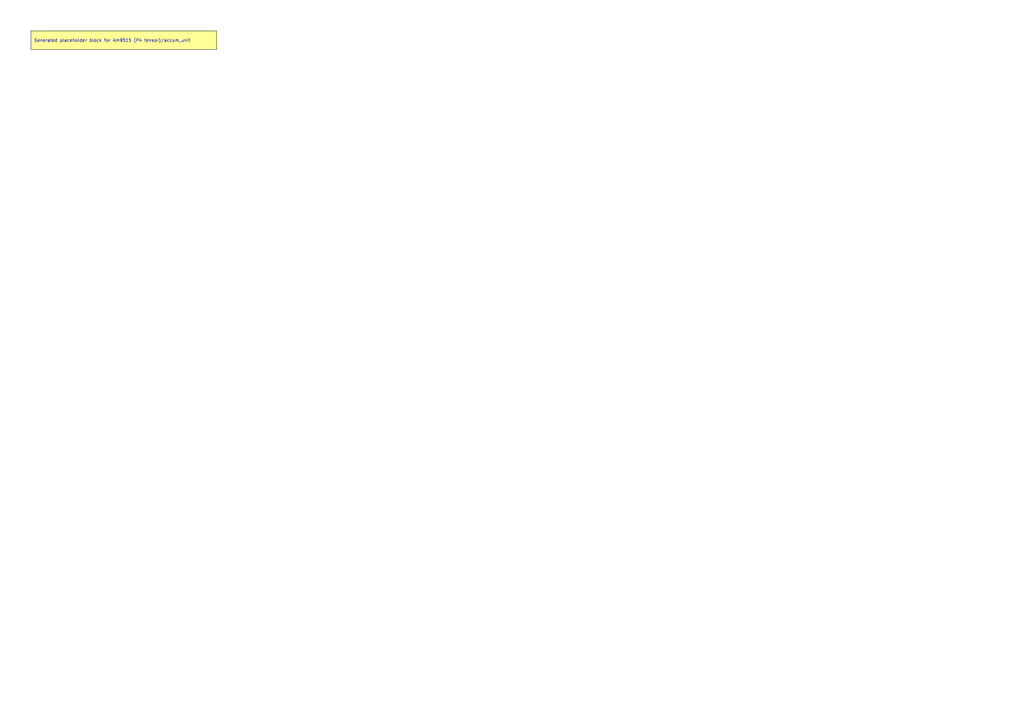
<source format=kicad_sch>
(kicad_sch
	(version 20250114)
	(generator "kicadgen")
	(generator_version "0.2")
	(uuid "e01177df-635a-5250-a22a-b3c00b7f1338")
	(paper "A3")
	(title_block
		(title "Am9515 (P4 tensor)::accum_unit")
		(company "Project Carbon")
		(comment 1 "Generated - do not edit in generated/")
		(comment 2 "Edit in schem/kicad9/manual/ or refine mapping specs")
	)
	(lib_symbols)
	(text_box
		"Generated placeholder block for Am9515 (P4 tensor)/accum_unit"
		(exclude_from_sim no)
		(at
			12.7
			12.7
			0
		)
		(size 76.2 7.62)
		(margins
			1.27
			1.27
			1.27
			1.27
		)
		(stroke
			(width 0)
			(type default)
			(color
				0
				0
				0
				1
			)
		)
		(fill
			(type color)
			(color
				255
				255
				150
				1
			)
		)
		(effects
			(font
				(size 1.27 1.27)
			)
			(justify left)
		)
		(uuid "e3412cb5-b459-52f7-bda3-38e11b79ec61")
	)
	(sheet_instances
		(path
			"/"
			(page "1")
		)
	)
	(embedded_fonts no)
)

</source>
